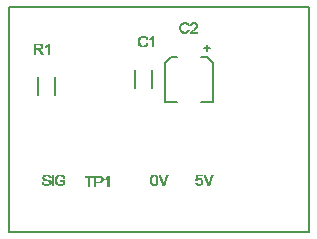
<source format=gbr>
G04 PROTEUS GERBER X2 FILE*
%TF.GenerationSoftware,Labcenter,Proteus,8.6-SP2-Build23525*%
%TF.CreationDate,2017-05-05T12:43:17+00:00*%
%TF.FileFunction,Legend,Top*%
%TF.FilePolarity,Positive*%
%TF.Part,Single*%
%FSLAX45Y45*%
%MOMM*%
G01*
%TA.AperFunction,Material*%
%ADD70C,0.203200*%
%ADD71C,0.063500*%
%TA.AperFunction,Profile*%
%ADD19C,0.203200*%
%TD.AperFunction*%
D70*
X+1216660Y+1374140D02*
X+1216660Y+1221740D01*
X+1069340Y+1371600D02*
X+1069340Y+1221740D01*
D71*
X+1118208Y+1572895D02*
X+1148688Y+1572895D01*
X+1214728Y+1572895D02*
X+1224888Y+1572895D01*
X+1108048Y+1577975D02*
X+1158848Y+1577975D01*
X+1214728Y+1577975D02*
X+1224888Y+1577975D01*
X+1102968Y+1583055D02*
X+1123288Y+1583055D01*
X+1148688Y+1583055D02*
X+1163928Y+1583055D01*
X+1214728Y+1583055D02*
X+1224888Y+1583055D01*
X+1097888Y+1588135D02*
X+1113128Y+1588135D01*
X+1153768Y+1588135D02*
X+1169008Y+1588135D01*
X+1214728Y+1588135D02*
X+1224888Y+1588135D01*
X+1097888Y+1593215D02*
X+1108048Y+1593215D01*
X+1158848Y+1593215D02*
X+1174088Y+1593215D01*
X+1214728Y+1593215D02*
X+1224888Y+1593215D01*
X+1097888Y+1598295D02*
X+1108048Y+1598295D01*
X+1163928Y+1598295D02*
X+1174088Y+1598295D01*
X+1214728Y+1598295D02*
X+1224888Y+1598295D01*
X+1092808Y+1603375D02*
X+1102968Y+1603375D01*
X+1214728Y+1603375D02*
X+1224888Y+1603375D01*
X+1092808Y+1608455D02*
X+1102968Y+1608455D01*
X+1214728Y+1608455D02*
X+1224888Y+1608455D01*
X+1092808Y+1613535D02*
X+1102968Y+1613535D01*
X+1214728Y+1613535D02*
X+1224888Y+1613535D01*
X+1092808Y+1618615D02*
X+1102968Y+1618615D01*
X+1214728Y+1618615D02*
X+1224888Y+1618615D01*
X+1092808Y+1623695D02*
X+1102968Y+1623695D01*
X+1214728Y+1623695D02*
X+1224888Y+1623695D01*
X+1092808Y+1628775D02*
X+1102968Y+1628775D01*
X+1214728Y+1628775D02*
X+1224888Y+1628775D01*
X+1097888Y+1633855D02*
X+1108048Y+1633855D01*
X+1189328Y+1633855D02*
X+1204568Y+1633855D01*
X+1214728Y+1633855D02*
X+1224888Y+1633855D01*
X+1097888Y+1638935D02*
X+1108048Y+1638935D01*
X+1163928Y+1638935D02*
X+1174088Y+1638935D01*
X+1189328Y+1638935D02*
X+1209648Y+1638935D01*
X+1214728Y+1638935D02*
X+1224888Y+1638935D01*
X+1097888Y+1644015D02*
X+1113128Y+1644015D01*
X+1158848Y+1644015D02*
X+1169008Y+1644015D01*
X+1199488Y+1644015D02*
X+1224888Y+1644015D01*
X+1102968Y+1649095D02*
X+1123288Y+1649095D01*
X+1153768Y+1649095D02*
X+1169008Y+1649095D01*
X+1204568Y+1649095D02*
X+1224888Y+1649095D01*
X+1108048Y+1654175D02*
X+1163928Y+1654175D01*
X+1214728Y+1654175D02*
X+1224888Y+1654175D01*
X+1123288Y+1659255D02*
X+1153768Y+1659255D01*
X+1214728Y+1659255D02*
X+1224888Y+1659255D01*
D70*
X+391160Y+1313180D02*
X+391160Y+1160780D01*
X+243840Y+1310640D02*
X+243840Y+1160780D01*
D71*
X+211428Y+1509395D02*
X+221588Y+1509395D01*
X+272388Y+1509395D02*
X+287628Y+1509395D01*
X+328268Y+1509395D02*
X+338428Y+1509395D01*
X+211428Y+1514475D02*
X+221588Y+1514475D01*
X+267308Y+1514475D02*
X+282548Y+1514475D01*
X+328268Y+1514475D02*
X+338428Y+1514475D01*
X+211428Y+1519555D02*
X+221588Y+1519555D01*
X+262228Y+1519555D02*
X+277468Y+1519555D01*
X+328268Y+1519555D02*
X+338428Y+1519555D01*
X+211428Y+1524635D02*
X+221588Y+1524635D01*
X+262228Y+1524635D02*
X+277468Y+1524635D01*
X+328268Y+1524635D02*
X+338428Y+1524635D01*
X+211428Y+1529715D02*
X+221588Y+1529715D01*
X+257148Y+1529715D02*
X+272388Y+1529715D01*
X+328268Y+1529715D02*
X+338428Y+1529715D01*
X+211428Y+1534795D02*
X+221588Y+1534795D01*
X+252068Y+1534795D02*
X+267308Y+1534795D01*
X+328268Y+1534795D02*
X+338428Y+1534795D01*
X+211428Y+1539875D02*
X+221588Y+1539875D01*
X+252068Y+1539875D02*
X+262228Y+1539875D01*
X+328268Y+1539875D02*
X+338428Y+1539875D01*
X+211428Y+1544955D02*
X+221588Y+1544955D01*
X+246988Y+1544955D02*
X+262228Y+1544955D01*
X+328268Y+1544955D02*
X+338428Y+1544955D01*
X+211428Y+1550035D02*
X+267308Y+1550035D01*
X+328268Y+1550035D02*
X+338428Y+1550035D01*
X+211428Y+1555115D02*
X+277468Y+1555115D01*
X+328268Y+1555115D02*
X+338428Y+1555115D01*
X+211428Y+1560195D02*
X+221588Y+1560195D01*
X+262228Y+1560195D02*
X+277468Y+1560195D01*
X+328268Y+1560195D02*
X+338428Y+1560195D01*
X+211428Y+1565275D02*
X+221588Y+1565275D01*
X+272388Y+1565275D02*
X+282548Y+1565275D01*
X+328268Y+1565275D02*
X+338428Y+1565275D01*
X+211428Y+1570355D02*
X+221588Y+1570355D01*
X+272388Y+1570355D02*
X+282548Y+1570355D01*
X+302868Y+1570355D02*
X+318108Y+1570355D01*
X+328268Y+1570355D02*
X+338428Y+1570355D01*
X+211428Y+1575435D02*
X+221588Y+1575435D01*
X+272388Y+1575435D02*
X+282548Y+1575435D01*
X+302868Y+1575435D02*
X+323188Y+1575435D01*
X+328268Y+1575435D02*
X+338428Y+1575435D01*
X+211428Y+1580515D02*
X+221588Y+1580515D01*
X+272388Y+1580515D02*
X+282548Y+1580515D01*
X+313028Y+1580515D02*
X+338428Y+1580515D01*
X+211428Y+1585595D02*
X+221588Y+1585595D01*
X+262228Y+1585595D02*
X+277468Y+1585595D01*
X+318108Y+1585595D02*
X+338428Y+1585595D01*
X+211428Y+1590675D02*
X+277468Y+1590675D01*
X+328268Y+1590675D02*
X+338428Y+1590675D01*
X+211428Y+1595755D02*
X+267308Y+1595755D01*
X+328268Y+1595755D02*
X+338428Y+1595755D01*
X+671692Y+386715D02*
X+681852Y+386715D01*
X+722492Y+386715D02*
X+732652Y+386715D01*
X+834252Y+386715D02*
X+844412Y+386715D01*
X+671692Y+391795D02*
X+681852Y+391795D01*
X+722492Y+391795D02*
X+732652Y+391795D01*
X+834252Y+391795D02*
X+844412Y+391795D01*
X+671692Y+396875D02*
X+681852Y+396875D01*
X+722492Y+396875D02*
X+732652Y+396875D01*
X+834252Y+396875D02*
X+844412Y+396875D01*
X+671692Y+401955D02*
X+681852Y+401955D01*
X+722492Y+401955D02*
X+732652Y+401955D01*
X+834252Y+401955D02*
X+844412Y+401955D01*
X+671692Y+407035D02*
X+681852Y+407035D01*
X+722492Y+407035D02*
X+732652Y+407035D01*
X+834252Y+407035D02*
X+844412Y+407035D01*
X+671692Y+412115D02*
X+681852Y+412115D01*
X+722492Y+412115D02*
X+732652Y+412115D01*
X+834252Y+412115D02*
X+844412Y+412115D01*
X+671692Y+417195D02*
X+681852Y+417195D01*
X+722492Y+417195D02*
X+732652Y+417195D01*
X+834252Y+417195D02*
X+844412Y+417195D01*
X+671692Y+422275D02*
X+681852Y+422275D01*
X+722492Y+422275D02*
X+778372Y+422275D01*
X+834252Y+422275D02*
X+844412Y+422275D01*
X+671692Y+427355D02*
X+681852Y+427355D01*
X+722492Y+427355D02*
X+783452Y+427355D01*
X+834252Y+427355D02*
X+844412Y+427355D01*
X+671692Y+432435D02*
X+681852Y+432435D01*
X+722492Y+432435D02*
X+732652Y+432435D01*
X+773292Y+432435D02*
X+788532Y+432435D01*
X+834252Y+432435D02*
X+844412Y+432435D01*
X+671692Y+437515D02*
X+681852Y+437515D01*
X+722492Y+437515D02*
X+732652Y+437515D01*
X+778372Y+437515D02*
X+793612Y+437515D01*
X+834252Y+437515D02*
X+844412Y+437515D01*
X+671692Y+442595D02*
X+681852Y+442595D01*
X+722492Y+442595D02*
X+732652Y+442595D01*
X+783452Y+442595D02*
X+793612Y+442595D01*
X+834252Y+442595D02*
X+844412Y+442595D01*
X+671692Y+447675D02*
X+681852Y+447675D01*
X+722492Y+447675D02*
X+732652Y+447675D01*
X+783452Y+447675D02*
X+793612Y+447675D01*
X+808852Y+447675D02*
X+824092Y+447675D01*
X+834252Y+447675D02*
X+844412Y+447675D01*
X+671692Y+452755D02*
X+681852Y+452755D01*
X+722492Y+452755D02*
X+732652Y+452755D01*
X+783452Y+452755D02*
X+793612Y+452755D01*
X+808852Y+452755D02*
X+829172Y+452755D01*
X+834252Y+452755D02*
X+844412Y+452755D01*
X+671692Y+457835D02*
X+681852Y+457835D01*
X+722492Y+457835D02*
X+732652Y+457835D01*
X+778372Y+457835D02*
X+793612Y+457835D01*
X+819012Y+457835D02*
X+844412Y+457835D01*
X+671692Y+462915D02*
X+681852Y+462915D01*
X+722492Y+462915D02*
X+732652Y+462915D01*
X+773292Y+462915D02*
X+788532Y+462915D01*
X+824092Y+462915D02*
X+844412Y+462915D01*
X+641212Y+467995D02*
X+712332Y+467995D01*
X+722492Y+467995D02*
X+788532Y+467995D01*
X+834252Y+467995D02*
X+844412Y+467995D01*
X+641212Y+473075D02*
X+712332Y+473075D01*
X+722492Y+473075D02*
X+778372Y+473075D01*
X+834252Y+473075D02*
X+844412Y+473075D01*
D70*
X+1422400Y+1102360D02*
X+1320800Y+1102360D01*
X+1320800Y+1432560D01*
X+1371600Y+1483360D01*
X+1422400Y+1483360D01*
X+1625600Y+1483360D02*
X+1676400Y+1483360D01*
X+1727200Y+1432560D01*
X+1727200Y+1102360D01*
X+1625600Y+1102360D01*
X+1651000Y+1559560D02*
X+1701800Y+1559560D01*
X+1676400Y+1534160D02*
X+1676400Y+1584960D01*
D71*
X+1468728Y+1689735D02*
X+1499208Y+1689735D01*
X+1534768Y+1689735D02*
X+1595728Y+1689735D01*
X+1458568Y+1694815D02*
X+1509368Y+1694815D01*
X+1534768Y+1694815D02*
X+1595728Y+1694815D01*
X+1453488Y+1699895D02*
X+1473808Y+1699895D01*
X+1499208Y+1699895D02*
X+1514448Y+1699895D01*
X+1539848Y+1699895D02*
X+1550008Y+1699895D01*
X+1448408Y+1704975D02*
X+1463648Y+1704975D01*
X+1504288Y+1704975D02*
X+1519528Y+1704975D01*
X+1544928Y+1704975D02*
X+1555088Y+1704975D01*
X+1448408Y+1710055D02*
X+1458568Y+1710055D01*
X+1509368Y+1710055D02*
X+1524608Y+1710055D01*
X+1550008Y+1710055D02*
X+1565248Y+1710055D01*
X+1448408Y+1715135D02*
X+1458568Y+1715135D01*
X+1514448Y+1715135D02*
X+1524608Y+1715135D01*
X+1555088Y+1715135D02*
X+1570328Y+1715135D01*
X+1443328Y+1720215D02*
X+1453488Y+1720215D01*
X+1565248Y+1720215D02*
X+1575408Y+1720215D01*
X+1443328Y+1725295D02*
X+1453488Y+1725295D01*
X+1570328Y+1725295D02*
X+1580488Y+1725295D01*
X+1443328Y+1730375D02*
X+1453488Y+1730375D01*
X+1575408Y+1730375D02*
X+1585568Y+1730375D01*
X+1443328Y+1735455D02*
X+1453488Y+1735455D01*
X+1580488Y+1735455D02*
X+1590648Y+1735455D01*
X+1443328Y+1740535D02*
X+1453488Y+1740535D01*
X+1580488Y+1740535D02*
X+1590648Y+1740535D01*
X+1443328Y+1745615D02*
X+1453488Y+1745615D01*
X+1585568Y+1745615D02*
X+1595728Y+1745615D01*
X+1448408Y+1750695D02*
X+1458568Y+1750695D01*
X+1585568Y+1750695D02*
X+1595728Y+1750695D01*
X+1448408Y+1755775D02*
X+1458568Y+1755775D01*
X+1514448Y+1755775D02*
X+1524608Y+1755775D01*
X+1534768Y+1755775D02*
X+1544928Y+1755775D01*
X+1585568Y+1755775D02*
X+1595728Y+1755775D01*
X+1448408Y+1760855D02*
X+1463648Y+1760855D01*
X+1509368Y+1760855D02*
X+1519528Y+1760855D01*
X+1534768Y+1760855D02*
X+1544928Y+1760855D01*
X+1580488Y+1760855D02*
X+1595728Y+1760855D01*
X+1453488Y+1765935D02*
X+1473808Y+1765935D01*
X+1504288Y+1765935D02*
X+1519528Y+1765935D01*
X+1539848Y+1765935D02*
X+1555088Y+1765935D01*
X+1575408Y+1765935D02*
X+1590648Y+1765935D01*
X+1458568Y+1771015D02*
X+1514448Y+1771015D01*
X+1544928Y+1771015D02*
X+1585568Y+1771015D01*
X+1473808Y+1776095D02*
X+1504288Y+1776095D01*
X+1550008Y+1776095D02*
X+1580488Y+1776095D01*
D19*
X+0Y+0D02*
X+2540000Y+0D01*
X+2540000Y+1905000D01*
X+0Y+1905000D01*
X+0Y+0D01*
D71*
X+297713Y+399415D02*
X+333273Y+399415D01*
X+363753Y+399415D02*
X+373913Y+399415D01*
X+419633Y+399415D02*
X+450113Y+399415D01*
X+287553Y+404495D02*
X+343433Y+404495D01*
X+363753Y+404495D02*
X+373913Y+404495D01*
X+409473Y+404495D02*
X+460273Y+404495D01*
X+282473Y+409575D02*
X+302793Y+409575D01*
X+333273Y+409575D02*
X+348513Y+409575D01*
X+363753Y+409575D02*
X+373913Y+409575D01*
X+399313Y+409575D02*
X+419633Y+409575D01*
X+450113Y+409575D02*
X+470433Y+409575D01*
X+282473Y+414655D02*
X+292633Y+414655D01*
X+338353Y+414655D02*
X+353593Y+414655D01*
X+363753Y+414655D02*
X+373913Y+414655D01*
X+399313Y+414655D02*
X+409473Y+414655D01*
X+460273Y+414655D02*
X+470433Y+414655D01*
X+277393Y+419735D02*
X+287553Y+419735D01*
X+343433Y+419735D02*
X+353593Y+419735D01*
X+363753Y+419735D02*
X+373913Y+419735D01*
X+394233Y+419735D02*
X+404393Y+419735D01*
X+460273Y+419735D02*
X+470433Y+419735D01*
X+277393Y+424815D02*
X+287553Y+424815D01*
X+343433Y+424815D02*
X+353593Y+424815D01*
X+363753Y+424815D02*
X+373913Y+424815D01*
X+394233Y+424815D02*
X+404393Y+424815D01*
X+460273Y+424815D02*
X+470433Y+424815D01*
X+343433Y+429895D02*
X+353593Y+429895D01*
X+363753Y+429895D02*
X+373913Y+429895D01*
X+389153Y+429895D02*
X+399313Y+429895D01*
X+460273Y+429895D02*
X+470433Y+429895D01*
X+333273Y+434975D02*
X+348513Y+434975D01*
X+363753Y+434975D02*
X+373913Y+434975D01*
X+389153Y+434975D02*
X+399313Y+434975D01*
X+434873Y+434975D02*
X+470433Y+434975D01*
X+307873Y+440055D02*
X+348513Y+440055D01*
X+363753Y+440055D02*
X+373913Y+440055D01*
X+389153Y+440055D02*
X+399313Y+440055D01*
X+434873Y+440055D02*
X+470433Y+440055D01*
X+292633Y+445135D02*
X+338353Y+445135D01*
X+363753Y+445135D02*
X+373913Y+445135D01*
X+389153Y+445135D02*
X+399313Y+445135D01*
X+287553Y+450215D02*
X+318033Y+450215D01*
X+363753Y+450215D02*
X+373913Y+450215D01*
X+389153Y+450215D02*
X+399313Y+450215D01*
X+282473Y+455295D02*
X+297713Y+455295D01*
X+363753Y+455295D02*
X+373913Y+455295D01*
X+389153Y+455295D02*
X+399313Y+455295D01*
X+282473Y+460375D02*
X+292633Y+460375D01*
X+363753Y+460375D02*
X+373913Y+460375D01*
X+394233Y+460375D02*
X+404393Y+460375D01*
X+460273Y+460375D02*
X+465353Y+460375D01*
X+282473Y+465455D02*
X+292633Y+465455D01*
X+343433Y+465455D02*
X+353593Y+465455D01*
X+363753Y+465455D02*
X+373913Y+465455D01*
X+394233Y+465455D02*
X+404393Y+465455D01*
X+455193Y+465455D02*
X+470433Y+465455D01*
X+282473Y+470535D02*
X+292633Y+470535D01*
X+338353Y+470535D02*
X+353593Y+470535D01*
X+363753Y+470535D02*
X+373913Y+470535D01*
X+399313Y+470535D02*
X+409473Y+470535D01*
X+455193Y+470535D02*
X+465353Y+470535D01*
X+287553Y+475615D02*
X+302793Y+475615D01*
X+333273Y+475615D02*
X+348513Y+475615D01*
X+363753Y+475615D02*
X+373913Y+475615D01*
X+399313Y+475615D02*
X+419633Y+475615D01*
X+445033Y+475615D02*
X+465353Y+475615D01*
X+292633Y+480695D02*
X+343433Y+480695D01*
X+363753Y+480695D02*
X+373913Y+480695D01*
X+404393Y+480695D02*
X+460273Y+480695D01*
X+302793Y+485775D02*
X+333273Y+485775D01*
X+363753Y+485775D02*
X+373913Y+485775D01*
X+414553Y+485775D02*
X+450113Y+485775D01*
X+1213124Y+399415D02*
X+1243604Y+399415D01*
X+1299484Y+399415D02*
X+1314724Y+399415D01*
X+1208044Y+404495D02*
X+1248684Y+404495D01*
X+1299484Y+404495D02*
X+1314724Y+404495D01*
X+1202964Y+409575D02*
X+1218204Y+409575D01*
X+1238524Y+409575D02*
X+1253764Y+409575D01*
X+1294404Y+409575D02*
X+1304564Y+409575D01*
X+1309644Y+409575D02*
X+1319804Y+409575D01*
X+1202964Y+414655D02*
X+1213124Y+414655D01*
X+1243604Y+414655D02*
X+1253764Y+414655D01*
X+1294404Y+414655D02*
X+1304564Y+414655D01*
X+1309644Y+414655D02*
X+1319804Y+414655D01*
X+1197884Y+419735D02*
X+1208044Y+419735D01*
X+1248684Y+419735D02*
X+1258844Y+419735D01*
X+1294404Y+419735D02*
X+1304564Y+419735D01*
X+1309644Y+419735D02*
X+1319804Y+419735D01*
X+1197884Y+424815D02*
X+1208044Y+424815D01*
X+1248684Y+424815D02*
X+1258844Y+424815D01*
X+1289324Y+424815D02*
X+1304564Y+424815D01*
X+1309644Y+424815D02*
X+1324884Y+424815D01*
X+1197884Y+429895D02*
X+1208044Y+429895D01*
X+1248684Y+429895D02*
X+1258844Y+429895D01*
X+1289324Y+429895D02*
X+1299484Y+429895D01*
X+1314724Y+429895D02*
X+1324884Y+429895D01*
X+1197884Y+434975D02*
X+1208044Y+434975D01*
X+1248684Y+434975D02*
X+1258844Y+434975D01*
X+1289324Y+434975D02*
X+1299484Y+434975D01*
X+1314724Y+434975D02*
X+1324884Y+434975D01*
X+1197884Y+440055D02*
X+1208044Y+440055D01*
X+1248684Y+440055D02*
X+1258844Y+440055D01*
X+1284244Y+440055D02*
X+1294404Y+440055D01*
X+1319804Y+440055D02*
X+1329964Y+440055D01*
X+1197884Y+445135D02*
X+1208044Y+445135D01*
X+1248684Y+445135D02*
X+1258844Y+445135D01*
X+1284244Y+445135D02*
X+1294404Y+445135D01*
X+1319804Y+445135D02*
X+1329964Y+445135D01*
X+1197884Y+450215D02*
X+1208044Y+450215D01*
X+1248684Y+450215D02*
X+1258844Y+450215D01*
X+1284244Y+450215D02*
X+1294404Y+450215D01*
X+1319804Y+450215D02*
X+1329964Y+450215D01*
X+1197884Y+455295D02*
X+1208044Y+455295D01*
X+1248684Y+455295D02*
X+1258844Y+455295D01*
X+1279164Y+455295D02*
X+1289324Y+455295D01*
X+1324884Y+455295D02*
X+1335044Y+455295D01*
X+1197884Y+460375D02*
X+1208044Y+460375D01*
X+1248684Y+460375D02*
X+1258844Y+460375D01*
X+1279164Y+460375D02*
X+1289324Y+460375D01*
X+1324884Y+460375D02*
X+1335044Y+460375D01*
X+1197884Y+465455D02*
X+1208044Y+465455D01*
X+1248684Y+465455D02*
X+1258844Y+465455D01*
X+1279164Y+465455D02*
X+1289324Y+465455D01*
X+1324884Y+465455D02*
X+1335044Y+465455D01*
X+1202964Y+470535D02*
X+1213124Y+470535D01*
X+1243604Y+470535D02*
X+1253764Y+470535D01*
X+1274084Y+470535D02*
X+1284244Y+470535D01*
X+1329964Y+470535D02*
X+1340124Y+470535D01*
X+1202964Y+475615D02*
X+1218204Y+475615D01*
X+1238524Y+475615D02*
X+1253764Y+475615D01*
X+1274084Y+475615D02*
X+1284244Y+475615D01*
X+1329964Y+475615D02*
X+1340124Y+475615D01*
X+1208044Y+480695D02*
X+1248684Y+480695D01*
X+1269004Y+480695D02*
X+1284244Y+480695D01*
X+1329964Y+480695D02*
X+1345204Y+480695D01*
X+1213124Y+485775D02*
X+1243604Y+485775D01*
X+1269004Y+485775D02*
X+1279164Y+485775D01*
X+1335044Y+485775D02*
X+1345204Y+485775D01*
X+1594124Y+399415D02*
X+1619524Y+399415D01*
X+1680484Y+399415D02*
X+1695724Y+399415D01*
X+1589044Y+404495D02*
X+1629684Y+404495D01*
X+1680484Y+404495D02*
X+1695724Y+404495D01*
X+1583964Y+409575D02*
X+1594124Y+409575D01*
X+1619524Y+409575D02*
X+1634764Y+409575D01*
X+1675404Y+409575D02*
X+1685564Y+409575D01*
X+1690644Y+409575D02*
X+1700804Y+409575D01*
X+1578884Y+414655D02*
X+1594124Y+414655D01*
X+1624604Y+414655D02*
X+1634764Y+414655D01*
X+1675404Y+414655D02*
X+1685564Y+414655D01*
X+1690644Y+414655D02*
X+1700804Y+414655D01*
X+1578884Y+419735D02*
X+1589044Y+419735D01*
X+1629684Y+419735D02*
X+1639844Y+419735D01*
X+1675404Y+419735D02*
X+1685564Y+419735D01*
X+1690644Y+419735D02*
X+1700804Y+419735D01*
X+1629684Y+424815D02*
X+1639844Y+424815D01*
X+1670324Y+424815D02*
X+1685564Y+424815D01*
X+1690644Y+424815D02*
X+1705884Y+424815D01*
X+1629684Y+429895D02*
X+1639844Y+429895D01*
X+1670324Y+429895D02*
X+1680484Y+429895D01*
X+1695724Y+429895D02*
X+1705884Y+429895D01*
X+1629684Y+434975D02*
X+1639844Y+434975D01*
X+1670324Y+434975D02*
X+1680484Y+434975D01*
X+1695724Y+434975D02*
X+1705884Y+434975D01*
X+1624604Y+440055D02*
X+1639844Y+440055D01*
X+1665244Y+440055D02*
X+1675404Y+440055D01*
X+1700804Y+440055D02*
X+1710964Y+440055D01*
X+1578884Y+445135D02*
X+1594124Y+445135D01*
X+1624604Y+445135D02*
X+1634764Y+445135D01*
X+1665244Y+445135D02*
X+1675404Y+445135D01*
X+1700804Y+445135D02*
X+1710964Y+445135D01*
X+1578884Y+450215D02*
X+1629684Y+450215D01*
X+1665244Y+450215D02*
X+1675404Y+450215D01*
X+1700804Y+450215D02*
X+1710964Y+450215D01*
X+1583964Y+455295D02*
X+1594124Y+455295D01*
X+1599204Y+455295D02*
X+1624604Y+455295D01*
X+1660164Y+455295D02*
X+1670324Y+455295D01*
X+1705884Y+455295D02*
X+1716044Y+455295D01*
X+1583964Y+460375D02*
X+1594124Y+460375D01*
X+1660164Y+460375D02*
X+1670324Y+460375D01*
X+1705884Y+460375D02*
X+1716044Y+460375D01*
X+1583964Y+465455D02*
X+1594124Y+465455D01*
X+1660164Y+465455D02*
X+1670324Y+465455D01*
X+1705884Y+465455D02*
X+1716044Y+465455D01*
X+1583964Y+470535D02*
X+1594124Y+470535D01*
X+1655084Y+470535D02*
X+1665244Y+470535D01*
X+1710964Y+470535D02*
X+1721124Y+470535D01*
X+1583964Y+475615D02*
X+1594124Y+475615D01*
X+1655084Y+475615D02*
X+1665244Y+475615D01*
X+1710964Y+475615D02*
X+1721124Y+475615D01*
X+1589044Y+480695D02*
X+1634764Y+480695D01*
X+1650004Y+480695D02*
X+1665244Y+480695D01*
X+1710964Y+480695D02*
X+1726204Y+480695D01*
X+1589044Y+485775D02*
X+1634764Y+485775D01*
X+1650004Y+485775D02*
X+1660164Y+485775D01*
X+1716044Y+485775D02*
X+1726204Y+485775D01*
M02*

</source>
